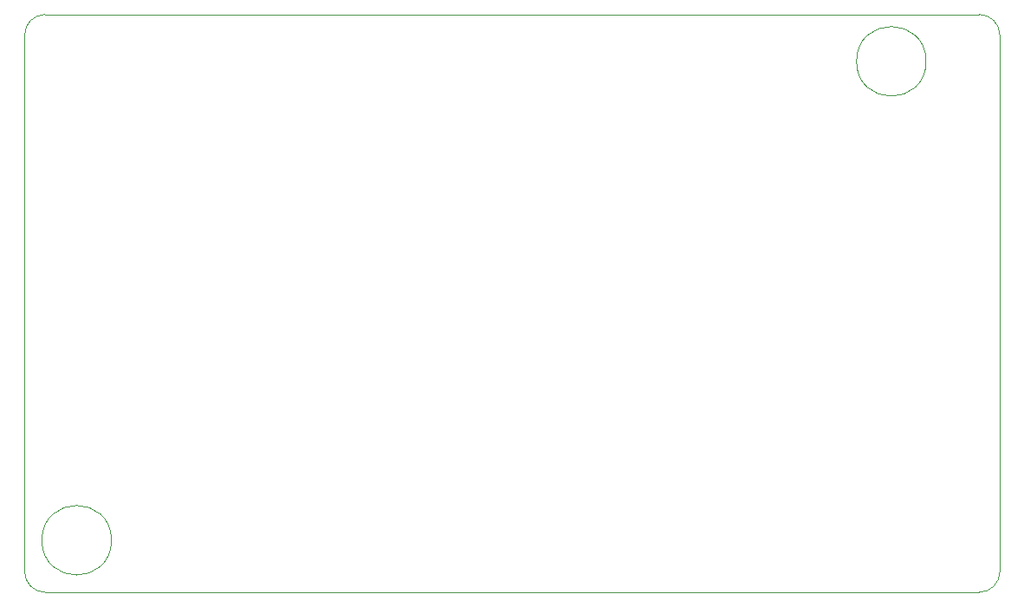
<source format=gbr>
%TF.GenerationSoftware,KiCad,Pcbnew,8.0.3*%
%TF.CreationDate,2024-12-27T16:28:35-08:00*%
%TF.ProjectId,enph259-servo,656e7068-3235-4392-9d73-6572766f2e6b,1*%
%TF.SameCoordinates,Original*%
%TF.FileFunction,Profile,NP*%
%FSLAX46Y46*%
G04 Gerber Fmt 4.6, Leading zero omitted, Abs format (unit mm)*
G04 Created by KiCad (PCBNEW 8.0.3) date 2024-12-27 16:28:35*
%MOMM*%
%LPD*%
G01*
G04 APERTURE LIST*
%TA.AperFunction,Profile*%
%ADD10C,0.050000*%
%TD*%
G04 APERTURE END LIST*
D10*
X53200000Y-85900000D02*
X53200000Y-33400000D01*
X146500000Y-31400000D02*
G75*
G02*
X148500000Y-33400000I0J-2000000D01*
G01*
X55200000Y-87900000D02*
G75*
G02*
X53200000Y-85900000I0J2000000D01*
G01*
X146500000Y-87900000D02*
X55200000Y-87900000D01*
X55200000Y-31400000D02*
X146500000Y-31400000D01*
X148500000Y-33400000D02*
X148500000Y-85900000D01*
X141300000Y-35985786D02*
G75*
G02*
X134500000Y-35985786I-3400000J0D01*
G01*
X134500000Y-35985786D02*
G75*
G02*
X141300000Y-35985786I3400000J0D01*
G01*
X148500000Y-85900000D02*
G75*
G02*
X146500000Y-87900000I-2000000J0D01*
G01*
X53200000Y-33400000D02*
G75*
G02*
X55200000Y-31400000I2000000J0D01*
G01*
X61685786Y-82814214D02*
G75*
G02*
X54885786Y-82814214I-3400000J0D01*
G01*
X54885786Y-82814214D02*
G75*
G02*
X61685786Y-82814214I3400000J0D01*
G01*
M02*

</source>
